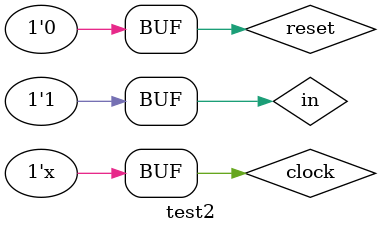
<source format=v>
module test2; 

reg clock, reset, in;
wire out;

  my_fsm U0 ( 
  .clock (clock),
  .reset (reset),
  .in    (in),
  .out  (out) 
  ); 
   
 
initial begin
  clock = 1;
  reset = 1;
  in = 0;
  $display("Starting simulation...");
  #2;
  reset = 0;
  #2;
  if (out !== 1'b0) $display("Failed 1"); 
  
  in = 0;
  #2;
  if (out !== 1'b0) $display("Failed 2");
  
  in = 0;  
  #2;
  if (out !== 1'b0) $display("Failed 3");
  
  in = 0;
  #2;
  if (out !== 1'b0) $display("Failed 4"); 
  
  in = 1;
  #2;
  if (out !== 1'b0) $display("Failed 5"); 
  
 #2 
  if (out !== 1'b0) $display("Failed 6");  
  $display("Done...");
end 
  

always begin
   #1 clock = !clock;
end
   
endmodule
</source>
